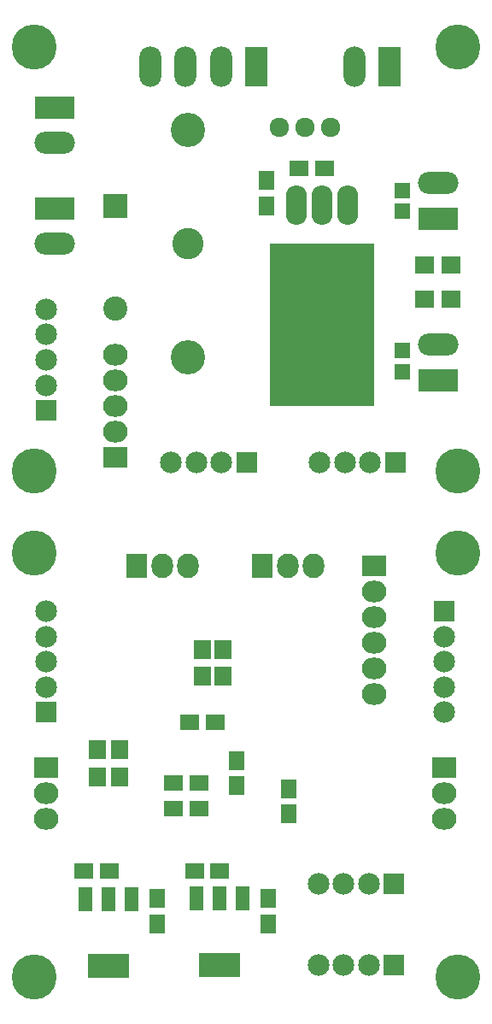
<source format=gbr>
G04 #@! TF.FileFunction,Soldermask,Bot*
%FSLAX46Y46*%
G04 Gerber Fmt 4.6, Leading zero omitted, Abs format (unit mm)*
G04 Created by KiCad (PCBNEW 4.0.5) date Thu Feb 16 16:16:10 2017*
%MOMM*%
%LPD*%
G01*
G04 APERTURE LIST*
%ADD10C,0.100000*%
%ADD11R,2.150000X2.150000*%
%ADD12C,2.150000*%
%ADD13O,2.099260X3.900120*%
%ADD14R,10.400000X16.150000*%
%ADD15C,1.924000*%
%ADD16R,1.900000X1.700000*%
%ADD17R,1.598880X1.598880*%
%ADD18C,3.400000*%
%ADD19C,3.100000*%
%ADD20R,4.000000X2.200000*%
%ADD21O,4.000000X2.200000*%
%ADD22R,1.650000X1.900000*%
%ADD23R,1.900000X1.650000*%
%ADD24C,2.398980*%
%ADD25R,2.398980X2.398980*%
%ADD26R,2.432000X2.127200*%
%ADD27O,2.432000X2.127200*%
%ADD28R,2.200000X4.000000*%
%ADD29O,2.200000X4.000000*%
%ADD30C,4.464000*%
%ADD31R,2.127200X2.432000*%
%ADD32O,2.127200X2.432000*%
%ADD33R,1.700000X1.900000*%
%ADD34R,4.057600X2.432000*%
%ADD35R,1.416000X2.432000*%
G04 APERTURE END LIST*
D10*
D11*
X125050000Y-95175000D03*
D12*
X122550000Y-95175000D03*
X120050000Y-95175000D03*
X117550000Y-95175000D03*
D13*
X132550000Y-69636000D03*
X135090000Y-69636000D03*
X130010000Y-69636000D03*
D14*
X132550000Y-81550000D03*
D15*
X135550000Y-83136000D03*
X135550000Y-81136000D03*
X135550000Y-79136000D03*
X135550000Y-77136000D03*
X135550000Y-75136000D03*
X133550000Y-77136000D03*
X133550000Y-75136000D03*
X133550000Y-79136000D03*
X133550000Y-81136000D03*
X133550000Y-83136000D03*
X131550000Y-75136000D03*
X129550000Y-79136000D03*
X131550000Y-79136000D03*
X131550000Y-77136000D03*
X129550000Y-75136000D03*
X129550000Y-77136000D03*
X129550000Y-81136000D03*
X131550000Y-83136000D03*
X131550000Y-81136000D03*
X129550000Y-83136000D03*
X135550000Y-85136000D03*
X135550000Y-87636000D03*
X129550000Y-85136000D03*
X129550000Y-87636000D03*
D16*
X145350000Y-75600000D03*
X142650000Y-75600000D03*
D17*
X140500000Y-70299020D03*
X140500000Y-68200980D03*
X140500000Y-84050980D03*
X140500000Y-86149020D03*
D16*
X145350000Y-79000000D03*
X142650000Y-79000000D03*
D18*
X119250000Y-84750000D03*
X119250000Y-62250000D03*
D19*
X119250000Y-73500000D03*
D20*
X144000000Y-87000000D03*
D21*
X144000000Y-83500000D03*
D11*
X139775000Y-95175000D03*
D12*
X137275000Y-95175000D03*
X134775000Y-95175000D03*
X132275000Y-95175000D03*
D11*
X105200000Y-90000000D03*
D12*
X105200000Y-87500000D03*
X105200000Y-85000000D03*
X105200000Y-82500000D03*
X105200000Y-80000000D03*
D22*
X127000000Y-69750000D03*
X127000000Y-67250000D03*
D23*
X132750000Y-66000000D03*
X130250000Y-66000000D03*
D24*
X112007620Y-79910000D03*
D25*
X112007620Y-69750000D03*
D26*
X112000000Y-94620000D03*
D27*
X112000000Y-92080000D03*
X112000000Y-89540000D03*
X112000000Y-87000000D03*
X112000000Y-84460000D03*
D15*
X130790000Y-62000000D03*
X128250000Y-62000000D03*
X133330000Y-62000000D03*
D20*
X106000000Y-60000000D03*
D21*
X106000000Y-63500000D03*
D20*
X106000000Y-70000000D03*
D21*
X106000000Y-73500000D03*
D28*
X126000000Y-56000000D03*
D29*
X122500000Y-56000000D03*
X119000000Y-56000000D03*
X115500000Y-56000000D03*
D28*
X139250000Y-56000000D03*
D29*
X135750000Y-56000000D03*
D20*
X144000000Y-71000000D03*
D21*
X144000000Y-67500000D03*
D30*
X104000000Y-96000000D03*
X104000000Y-54000000D03*
X146000000Y-96000000D03*
X146000000Y-54000000D03*
X146004000Y-104140000D03*
X104004000Y-104140000D03*
X104004000Y-146140000D03*
X146004000Y-146140000D03*
D11*
X139664000Y-136920000D03*
D12*
X137164000Y-136920000D03*
X134664000Y-136920000D03*
X132164000Y-136920000D03*
D22*
X127164000Y-138370000D03*
X127164000Y-140870000D03*
D23*
X122384000Y-135650000D03*
X119884000Y-135650000D03*
D22*
X116164000Y-138370000D03*
X116164000Y-140870000D03*
D23*
X111414000Y-135670000D03*
X108914000Y-135670000D03*
D11*
X105164000Y-119920000D03*
D12*
X105164000Y-117420000D03*
X105164000Y-114920000D03*
X105164000Y-112420000D03*
X105164000Y-109920000D03*
D26*
X105164000Y-125380000D03*
D27*
X105164000Y-127920000D03*
X105164000Y-130460000D03*
D11*
X144664000Y-109920000D03*
D12*
X144664000Y-112420000D03*
X144664000Y-114920000D03*
X144664000Y-117420000D03*
X144664000Y-119920000D03*
D26*
X144664000Y-125380000D03*
D27*
X144664000Y-127920000D03*
X144664000Y-130460000D03*
D26*
X137664000Y-105380000D03*
D27*
X137664000Y-107920000D03*
X137664000Y-110460000D03*
X137664000Y-113000000D03*
X137664000Y-115540000D03*
X137664000Y-118080000D03*
D11*
X139664000Y-144920000D03*
D12*
X137164000Y-144920000D03*
X134664000Y-144920000D03*
X132164000Y-144920000D03*
D31*
X114124000Y-105420000D03*
D32*
X116664000Y-105420000D03*
X119204000Y-105420000D03*
D31*
X126624000Y-105420000D03*
D32*
X129164000Y-105420000D03*
X131704000Y-105420000D03*
D33*
X110260106Y-126277512D03*
X110260106Y-123577512D03*
X112417572Y-126277512D03*
X112417572Y-123577512D03*
X122664000Y-113670000D03*
X122664000Y-116370000D03*
X120664000Y-116370000D03*
X120664000Y-113670000D03*
D34*
X122378000Y-144983112D03*
D35*
X122378000Y-138379112D03*
X124664000Y-138379112D03*
X120092000Y-138379112D03*
D34*
X111374000Y-144991112D03*
D35*
X111374000Y-138387112D03*
X113660000Y-138387112D03*
X109088000Y-138387112D03*
D23*
X120314000Y-126920000D03*
X117814000Y-126920000D03*
X120314000Y-129420000D03*
X117814000Y-129420000D03*
D22*
X124064000Y-124670000D03*
X124064000Y-127170000D03*
D23*
X119414000Y-120920000D03*
X121914000Y-120920000D03*
D22*
X129264000Y-127470000D03*
X129264000Y-129970000D03*
M02*

</source>
